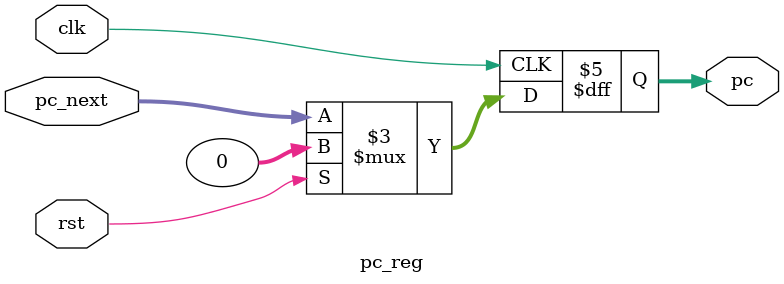
<source format=v>
module pc_reg ( 
    input  wire        clk, 
    input  wire        rst, 
    input  wire [31:0] pc_next, //Adress of next instruction
    output reg  [31:0] pc //Adress of current insturction
); 
    always @(posedge clk) begin
        if(rst) begin
            pc <= 32'b0; //Reset to line 0
        end else begin
            pc <= pc_next; //Move to the next line
        end
    end
endmodule

</source>
